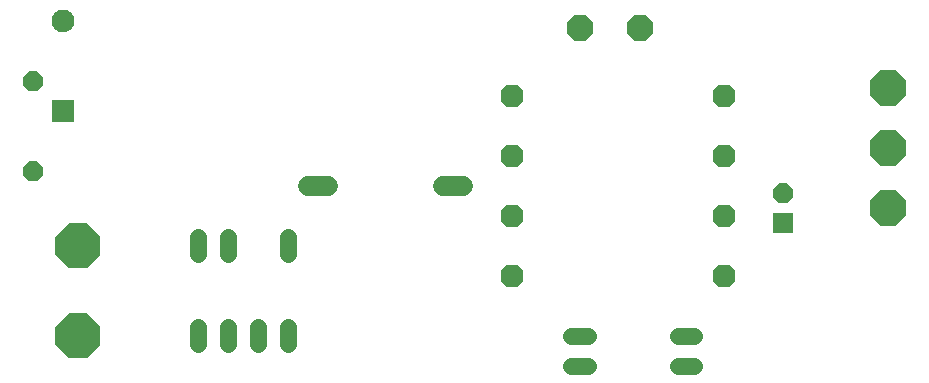
<source format=gbr>
G04 EAGLE Gerber X2 export*
%TF.Part,Single*%
%TF.FileFunction,Copper,L1,Top,Mixed*%
%TF.FilePolarity,Positive*%
%TF.GenerationSoftware,Autodesk,EAGLE,8.6.0*%
%TF.CreationDate,2018-01-28T12:09:13Z*%
G75*
%MOMM*%
%FSLAX34Y34*%
%LPD*%
%AMOC8*
5,1,8,0,0,1.08239X$1,22.5*%
G01*
%ADD10R,1.930400X1.930400*%
%ADD11C,1.930400*%
%ADD12P,2.364373X8X22.500000*%
%ADD13R,1.676400X1.676400*%
%ADD14P,1.814519X8X292.500000*%
%ADD15C,1.676400*%
%ADD16C,1.408000*%
%ADD17P,1.814519X8X22.500000*%
%ADD18P,2.089446X8X22.500000*%
%ADD19P,4.123906X8X112.500000*%
%ADD20P,3.247170X8X112.500000*%


D10*
X76200Y241300D03*
D11*
X76200Y317500D03*
D12*
X514350Y311150D03*
X565150Y311150D03*
D13*
X685800Y146050D03*
D14*
X685800Y171450D03*
D15*
X300482Y177800D02*
X283718Y177800D01*
X398018Y177800D02*
X414782Y177800D01*
D16*
X190500Y57840D02*
X190500Y43760D01*
X215900Y43760D02*
X215900Y57840D01*
X241300Y57840D02*
X241300Y43760D01*
X266700Y43760D02*
X266700Y57840D01*
X266700Y119960D02*
X266700Y134040D01*
X215900Y134040D02*
X215900Y119960D01*
X190500Y119960D02*
X190500Y134040D01*
X596900Y25400D02*
X610980Y25400D01*
X610980Y50800D02*
X596900Y50800D01*
X520700Y50800D02*
X506620Y50800D01*
X506620Y25400D02*
X520700Y25400D01*
D17*
X50800Y266700D03*
X50800Y190500D03*
D18*
X456100Y101600D03*
X456100Y152400D03*
X456100Y203200D03*
X456100Y254000D03*
X636100Y254000D03*
X636100Y203200D03*
X636100Y152400D03*
X636100Y101600D03*
D19*
X88900Y50800D03*
X88900Y127000D03*
D20*
X774700Y158750D03*
X774700Y209550D03*
X774700Y260350D03*
M02*

</source>
